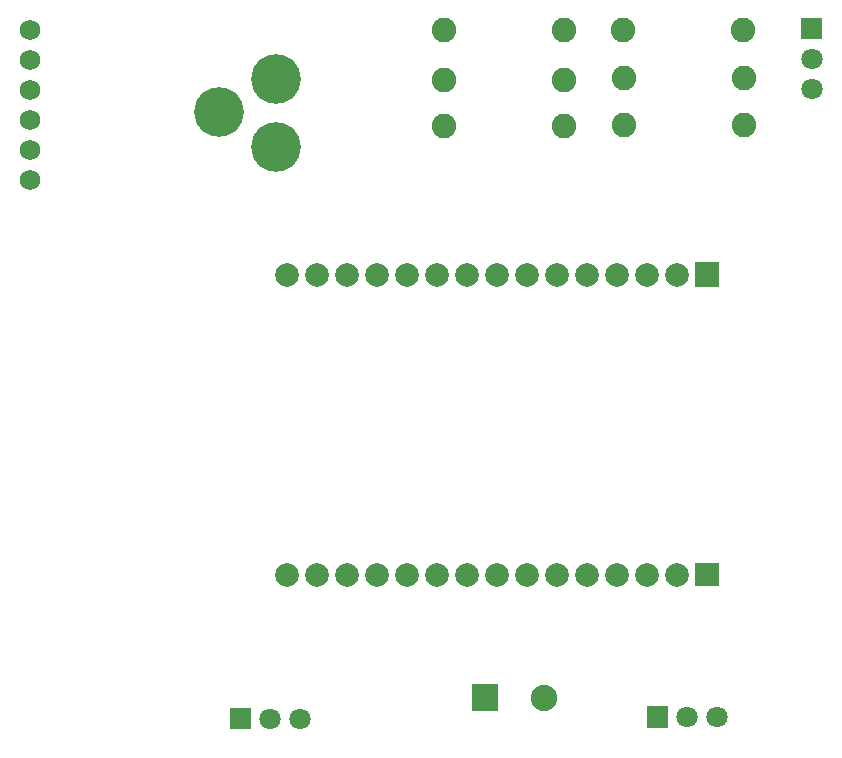
<source format=gts>
G04 Layer: TopSolderMaskLayer*
G04 EasyEDA v6.4.12, 2020-12-31T12:21:15--5:00*
G04 99fc4708075f4ff381704a5e9c7ef7fe,db09687e621142cba360e7e147da6c3e,10*
G04 Gerber Generator version 0.2*
G04 Scale: 100 percent, Rotated: No, Reflected: No *
G04 Dimensions in millimeters *
G04 leading zeros omitted , absolute positions ,4 integer and 5 decimal *
%FSLAX45Y45*%
%MOMM*%

%ADD27C,1.8032*%
%ADD28C,2.0032*%
%ADD32C,2.2352*%
%ADD33C,2.0828*%
%ADD34C,4.2032*%
%ADD35C,1.7272*%

%LPD*%
G36*
X7428229Y6437629D02*
G01*
X7428229Y6617970D01*
X7608570Y6617970D01*
X7608570Y6437629D01*
G37*
D27*
G01*
X7518400Y6273800D03*
G01*
X7518400Y6019800D03*
G36*
X2589529Y595629D02*
G01*
X2589529Y775970D01*
X2769870Y775970D01*
X2769870Y595629D01*
G37*
G01*
X2933700Y685800D03*
G01*
X3187700Y685800D03*
G36*
X6120129Y608329D02*
G01*
X6120129Y788670D01*
X6300470Y788670D01*
X6300470Y608329D01*
G37*
G01*
X6464300Y698500D03*
G01*
X6718300Y698500D03*
D28*
G01*
X3073400Y4444949D03*
G01*
X3327400Y4444949D03*
G01*
X3581400Y4444949D03*
G01*
X3835400Y4444949D03*
G01*
X4089400Y4444949D03*
G01*
X4343400Y4444949D03*
G01*
X4597400Y4444949D03*
G01*
X4851400Y4444949D03*
G01*
X5105400Y4444949D03*
G01*
X5359400Y4444949D03*
G01*
X5613400Y4444949D03*
G01*
X5867400Y4444949D03*
G01*
X6121400Y4444949D03*
G01*
X6375400Y4444949D03*
G36*
X6529324Y4337304D02*
G01*
X6529324Y4552695D01*
X6729475Y4552695D01*
X6729475Y4337304D01*
G37*
G01*
X3327400Y1904949D03*
G01*
X3581400Y1904949D03*
G01*
X3835400Y1904949D03*
G01*
X4089400Y1904949D03*
G01*
X4343400Y1904949D03*
G01*
X4597400Y1904949D03*
G01*
X4851400Y1904949D03*
G01*
X5105400Y1904949D03*
G01*
X5359400Y1904949D03*
G01*
X5613400Y1904949D03*
G01*
X5867400Y1904949D03*
G01*
X6121400Y1904949D03*
G01*
X6375400Y1904949D03*
G36*
X6529324Y1804670D02*
G01*
X6529324Y2005076D01*
X6729475Y2005076D01*
X6729475Y1804670D01*
G37*
G01*
X3073400Y1904949D03*
G36*
X4638040Y751839D02*
G01*
X4638040Y975360D01*
X4861559Y975360D01*
X4861559Y751839D01*
G37*
D32*
G01*
X5250179Y863600D03*
D33*
G01*
X4406900Y6096000D03*
G01*
X5422900Y6096000D03*
G01*
X4406900Y5702300D03*
G01*
X5422900Y5702300D03*
G01*
X5918200Y6515100D03*
G01*
X6934200Y6515100D03*
G01*
X5930900Y6108700D03*
G01*
X6946900Y6108700D03*
G01*
X5930900Y5715000D03*
G01*
X6946900Y5715000D03*
D34*
G01*
X2501900Y5823407D03*
G01*
X2981909Y6103391D03*
G01*
X2981909Y5523407D03*
D35*
G01*
X901700Y6515100D03*
G01*
X901700Y6261100D03*
G01*
X901700Y6007100D03*
G01*
X901700Y5753100D03*
G01*
X901700Y5499100D03*
G01*
X901700Y5245100D03*
D33*
G01*
X4406900Y6515100D03*
G01*
X5422900Y6515100D03*
M02*

</source>
